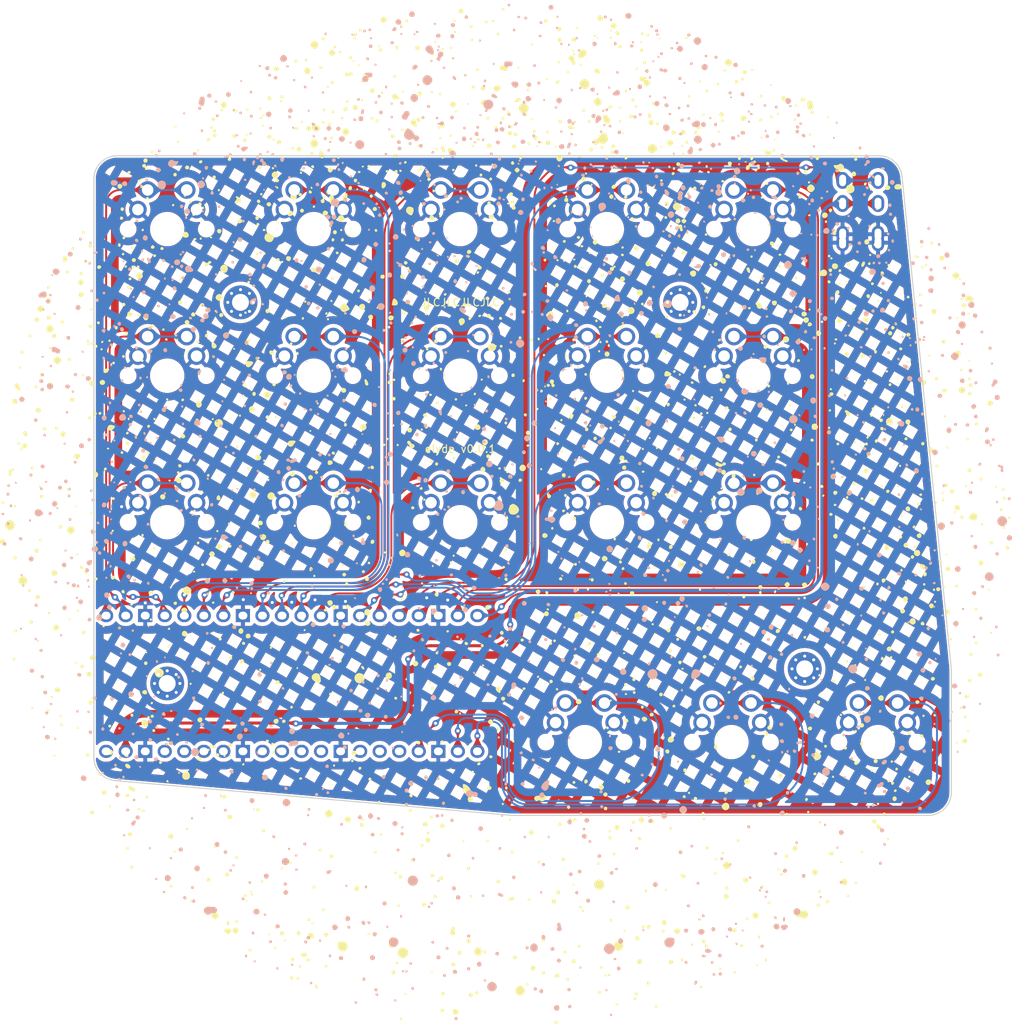
<source format=kicad_pcb>
(kicad_pcb (version 20221018) (generator pcbnew)
  (title_block (title "clyde") (rev "v1.0.0") (company "Unknown"))
  (layers (0 "F.Cu" signal) (31 "B.Cu" signal) (34 "B.Paste" user) (35 "F.Paste" user) (36 "B.SilkS" user "B.Silkscreen") (37 "F.SilkS" user "F.Silkscreen") (38 "B.Mask" user) (39 "F.Mask" user) (44 "Edge.Cuts" user))
  (net 0 "")
  (net 1 "matrix_pinky_bottom")
  (net 2 "GND")
  (net 3 "matrix_pinky_home")
  (net 4 "matrix_pinky_top")
  (net 5 "matrix_ring_bottom")
  (net 6 "matrix_ring_home")
  (net 7 "matrix_ring_top")
  (net 8 "matrix_middle_bottom")
  (net 9 "matrix_middle_home")
  (net 10 "matrix_middle_top")
  (net 11 "matrix_index_bottom")
  (net 12 "matrix_index_home")
  (net 13 "matrix_index_top")
  (net 14 "matrix_inner_bottom")
  (net 15 "matrix_inner_home")
  (net 16 "matrix_inner_top")
  (net 17 "thumbfan_near_home")
  (net 18 "thumbfan_home_home")
  (net 19 "thumbfan_far_home")
  (net 20 "GP12")
  (net 21 "GP19")
  (net 22 "GP20")
  (net 23 "GP21")
  (net 24 "GP22")
  (net 25 "GP26")
  (net 26 "GP27")
  (net 27 "GP28")
  (net 28 "GP29")
  (net 29 "ADC_VREF")
  (net 30 "GP24")
  (net 31 "3V3")
  (net 32 "VSYS")
  (net 33 "VBUS")
  (footprint "MX" (layer "F.Cu") (at 206.6925 180.975)
    (fp_text reference "S16" hide)
    (fp_text value "" hide)
  )
  (footprint "MX" (layer "F.Cu") (at 209.55 152.4)
    (fp_text reference "S10" hide)
    (fp_text value "" hide)
  )
  (footprint "MX" (layer "F.Cu") (at 171.45 133.35)
    (fp_text reference "S5" hide)
    (fp_text value "" hide)
  )
  (footprint "MX" (layer "F.Cu") (at 152.4 133.35)
    (fp_text reference "S2" hide)
    (fp_text value "" hide)
  )
  (footprint "MountingHole_2.2mm_M2_Pad_Via" (layer "F.Cu") (at 152.4 173.355)
    (fp_text reference "_5" hide)
    (fp_text value "")
  )
  (footprint "MX" (layer "F.Cu") (at 152.4 114.3)
    (fp_text reference "S3" hide)
    (fp_text value "" hide)
  )
  (footprint "MX" (layer "F.Cu") (at 190.5 152.4)
    (fp_text reference "S7" hide)
    (fp_text value "" hide)
  )
  (footprint "MX" (layer "F.Cu") (at 152.4 152.4)
    (fp_text reference "S1" hide)
    (fp_text value "" hide)
  )
  (footprint "MX" (layer "F.Cu") (at 171.45 152.4)
    (fp_text reference "S4" hide)
    (fp_text value "" hide)
  )
  (footprint "MX" (layer "F.Cu") (at 228.6 152.4)
    (fp_text reference "S13" hide)
    (fp_text value "" hide)
  )
  (footprint "MountingHole_2.2mm_M2_Pad_Via" (layer "F.Cu") (at 219.075 123.825)
    (fp_text reference "_7" hide)
    (fp_text value "")
  )
  (footprint "MX" (layer "F.Cu") (at 190.5 133.35)
    (fp_text reference "S8" hide)
    (fp_text value "" hide)
  )
  (footprint "MX" (layer "F.Cu") (at 209.55 114.3)
    (fp_text reference "S12" hide)
    (fp_text value "" hide)
  )
  (footprint "MX" (layer "F.Cu") (at 228.6 133.35)
    (fp_text reference "S14" hide)
    (fp_text value "" hide)
  )
  (footprint "MX" (layer "F.Cu") (at 171.45 114.3)
    (fp_text reference "S6" hide)
    (fp_text value "" hide)
  )
  (footprint "MX" (layer "F.Cu") (at 228.6 114.3)
    (fp_text reference "S15" hide)
    (fp_text value "" hide)
  )
  (footprint "MX" (layer "F.Cu") (at 190.5 114.3)
    (fp_text reference "S9" hide)
    (fp_text value "" hide)
  )
  (footprint "MX" (layer "F.Cu") (at 244.7925 180.975)
    (fp_text reference "S18" hide)
    (fp_text value "" hide)
  )
  (footprint "MountingHole_2.2mm_M2_Pad_Via" (layer "F.Cu") (at 161.925 123.825)
    (fp_text reference "_6" hide)
    (fp_text value "")
  )
  (footprint "MX" (layer "F.Cu") (at 225.7425 180.975)
    (fp_text reference "S17" hide)
    (fp_text value "" hide)
  )
  (footprint "MountingHole_2.2mm_M2_Pad_Via" (layer "F.Cu") (at 235.2675 171.45)
    (fp_text reference "_4" hide)
    (fp_text value "")
  )
  (footprint "RPi_Pico_TH_oval_face_down" (layer "F.Cu") (at 168.5925 173.355 90)
    (fp_text reference "U0" hide)
    (fp_text value "")
  )
  (footprint "TRRS-PJ-320A-dual" (layer "F.Cu") (at 244.7925 104.775)
    (fp_text reference "TRRS1")
    (fp_text value "TRRS-PJ-320A-dual")
  )
  (footprint "MX" (layer "F.Cu") (at 209.55 133.35)
    (fp_text reference "S11" hide)
    (fp_text value "" hide)
  )
  (footprint "main:north-sky-silk" (layer "F.Cu") (at 196.53 151.84)
    (fp_text reference "G***" hide)
    (fp_text value "LOGO" hide)
  )
  (footprint "main:north-sky-silk" (layer "B.Cu") (at 196.35576 151.327405 180)
    (fp_text reference "G***" hide)
    (fp_text value "LOGO" hide)
  )
  (gr_arc (start 142.875 107.775) (mid 143.75368 105.65368) (end 145.875 104.775) (stroke (width 0.15)) (layer "Edge.Cuts"))
  (gr_line (start 251.3175 190.5) (end 197.298827 190.5) (stroke (width 0.15)) (layer "Edge.Cuts"))
  (gr_line (start 145.875 104.775) (end 244.935037 104.775) (stroke (width 0.15)) (layer "Edge.Cuts"))
  (gr_arc (start 244.935037 104.775) (mid 246.948053 105.550642) (end 247.920149 107.476489) (stroke (width 0.15)) (layer "Edge.Cuts"))
  (gr_arc (start 197.298827 190.5) (mid 197.167626 190.49713) (end 197.036676 190.488524) (stroke (width 0.15)) (layer "Edge.Cuts"))
  (gr_arc (start 254.302612 171.301116) (mid 254.313776 171.450186) (end 254.3175 171.599627) (stroke (width 0.15)) (layer "Edge.Cuts"))
  (gr_line (start 142.875 182.989138) (end 142.875 107.775) (stroke (width 0.15)) (layer "Edge.Cuts"))
  (gr_line (start 254.3175 171.599627) (end 254.3175 187.5) (stroke (width 0.15)) (layer "Edge.Cuts"))
  (gr_arc (start 145.612849 185.977662) (mid 143.662936 185.015655) (end 142.875 182.989138) (stroke (width 0.15)) (layer "Edge.Cuts"))
  (gr_line (start 247.920149 107.476489) (end 254.302612 171.301116) (stroke (width 0.15)) (layer "Edge.Cuts"))
  (gr_arc (start 254.3175 187.5) (mid 253.43882 189.62132) (end 251.3175 190.5) (stroke (width 0.15)) (layer "Edge.Cuts"))
  (gr_line (start 197.036676 190.488524) (end 145.612849 185.977662) (stroke (width 0.15)) (layer "Edge.Cuts"))
  (gr_text "clyde v0.0.1" (at 190.5 142.875) (layer "F.SilkS") (effects (font (size 1 1))))
  (gr_text "JLCJLCJLCJLC" (at 190.5 123.825) (layer "F.SilkS") (effects (font (size 1 1))))
  (segment (start 147.95 162.11) (end 147.593198 162.1) (width 0.25) (layer "F.Cu") (net 1))
  (segment (start 150.93625 162.105) (end 150.93 162.12) (width 0.25) (layer "F.Cu") (net 1))
  (segment (start 147.218978 147.32) (end 149.86 147.32) (width 0.25) (layer "F.Cu") (net 1))
  (segment (start 145.3625 149.176478) (end 145.3625 158.891059) (width 0.25) (layer "F.Cu") (net 1))
  (segment (start 151.621112 162.768612) (end 150.95399 162.10149) (width 0.25) (layer "F.Cu") (net 1))
  (segment (start 146.983999 161.837603) (end 146.299448 161.153052) (width 0.25) (layer "F.Cu") (net 1))
  (via (at 150.93 162.12) (size 0.8) (drill 0.4) (layers "F.Cu" "B.Cu") (net 1))
  (via (at 147.95 162.11) (size 0.8) (drill 0.4) (layers "F.Cu" "B.Cu") (net 1))
  (arc (start 145.90625 147.86375) (mid 146.508534 147.461316) (end 147.218978 147.32) (width 0.25) (layer "F.Cu") (net 1))
  (arc (start 145.3625 149.176478) (mid 145.503816 148.466034) (end 145.90625 147.86375) (width 0.25) (layer "F.Cu") (net 1))
  (arc (start 150.95399 162.10149) (mid 150.944183 162.098509) (end 150.93625 162.105) (width 0.25) (layer "F.Cu") (net 1))
  (arc (start 146.983999 161.837603) (mid 147.263455 162.027175) (end 147.593198 162.1) (width 0.25) (layer "F.Cu") (net 1))
  (arc (start 151.621112 162.768612) (mid 151.962589 163.279668) (end 152.0825 163.8825) (width 0.25) (layer "F.Cu") (net 1))
  (arc (start 145.3625 158.891059) (mid 145.606004 160.11524) (end 146.299448 161.153052) (width 0.25) (layer "F.Cu") (net 1))
  (segment (start 150.912928 162.11) (end 147.95 162.11) (width 0.25) (layer "B.Cu") (net 1))
  (segment (start 150.93 162.12) (end 150.925 162.115) (width 0.25) (layer "B.Cu") (net 1))
  (segment (start 149.86 147.32) (end 154.94 147.32) (width 0.25) (layer "B.Cu") (net 1))
  (arc (start 150.912928 162.11) (mid 150.919461 162.111299) (end 150.925 162.115) (width 0.25) (layer "B.Cu") (net 1))
  (via (at 171.61 162.49) (size 0.8) (drill 0.4) (layers "F.Cu" "B.Cu") (net 2))
  (via (at 162.29 162.46) (size 0.8) (drill 0.4) (layers "F.Cu" "B.Cu") (net 2))
  (via (at 194.37 163.38) (size 0.8) (drill 0.4) (layers "F.Cu" "B.Cu") (net 2))
  (via (at 166.05 162.83) (size 0.8) (drill 0.4) (layers "F.Cu" "B.Cu") (net 2))
  (via (at 186.13 162.22) (size 0.8) (drill 0.4) (layers "F.Cu" "B.Cu") (net 2))
  (via (at 168.59 162.8) (size 0.8) (drill 0.4) (layers "F.Cu" "B.Cu") (net 2))
  (via (at 149.55 162.89) (size 0.8) (drill 0.4) (layers "F.Cu" "B.Cu") (net 2))
  (via (at 146.47 150.38) (size 0.8) (drill 0.4) (layers "F.Cu" "B.Cu") (net 2))
  (via (at 175.57 162.69) (size 0.8) (drill 0.4) (layers "F.Cu" "B.Cu") (net 2))
  (via (at 188.86 162.51) (size 0.8) (drill 0.4) (layers "F.Cu" "B.Cu") (net 2))
  (segment (start 146.790317 128.27) (end 149.86 128.27) (width 0.25) (layer "F.Cu") (net 3))
  (segment (start 144.9125 130.147817) (end 144.9125 160.949293) (width 0.25) (layer "F.Cu") (net 3))
  (segment (start 145.26125 161.79125) (end 145.61 162.14) (width 0.25) (layer "F.Cu") (net 3))
  (via (at 145.61 162.14) (size 0.8) (drill 0.4) (layers "F.Cu" "B.Cu") (net 3))
  (arc (start 145.26125 161.79125) (mid 145.003137 161.404956) (end 144.9125 160.949293) (width 0.25) (layer "F.Cu") (net 3))
  (arc (start 146.790317 128.27) (mid 146.071707 128.41294) (end 145.4625 128.82) (width 0.25) (layer "F.Cu") (net 3))
  (arc (start 144.9125 130.147817) (mid 145.05544 129.429207) (end 145.4625 128.82) (width 0.25) (layer "F.Cu") (net 3))
  (segment (start 146.648062 163.178062) (end 145.61 162.14) (width 0.25) (layer "B.Cu") (net 3))
  (segment (start 149.86 128.27) (end 154.94 128.27) (width 0.25) (layer "B.Cu") (net 3))
  (arc (start 146.648062 163.178062) (mid 146.910384 163.570655) (end 147.0025 164.03375) (width 0.25) (layer "B.Cu") (net 3))
  (segment (start 146.267765 109.22) (end 149.86 109.22) (width 0.25) (layer "F.Cu") (net 4))
  (segment (start 144.4625 111.025265) (end 144.4625 164.535) (width 0.25) (layer "F.Cu") (net 4))
  (arc (start 144.99125 109.74875) (mid 144.599917 110.33442) (end 144.4625 111.025265) (width 0.25) (layer "F.Cu") (net 4))
  (arc (start 146.267765 109.22) (mid 145.57692 109.357417) (end 144.99125 109.74875) (width 0.25) (layer "F.Cu") (net 4))
  (segment (start 149.86 109.22) (end 154.94 109.22) (width 0.25) (layer "B.Cu") (net 4))
  (segment (start 154.64 161.83) (end 154.63125 161.83875) (width 0.25) (layer "F.Cu") (net 5))
  (segment (start 154.6225 161.859874) (end 154.6225 164.535) (width 0.25) (layer "F.Cu") (net 5))
  (segment (start 168.91 147.32) (end 173.99 147.32) (width 0.25) (layer "F.Cu") (net 5))
  (via (at 154.64 161.83) (size 0.8) (drill 0.4) (layers "F.Cu" "B.Cu") (net 5))
  (arc (start 154.6225 161.859874) (mid 154.624774 161.848441) (end 154.63125 161.83875) (width 0.25) (layer "F.Cu") (net 5))
  (segment (start 155.4 161.07) (end 154.64 161.83) (width 0.25) (layer "B.Cu") (net 5))
  (segment (start 180.27 156.264156) (end 180.27 150.392792) (width 0.25) (layer "B.Cu") (net 5))
  (segment (start 177.197207 147.32) (end 173.99 147.32) (width 0.25) (layer "B.Cu") (net 5))
  (segment (start 176.224156 160.31) (end 157.234802 160.31) (width 0.25) (layer "B.Cu") (net 5))
  (arc (start 179.37 148.22) (mid 180.036097 149.216885) (end 180.27 150.392792) (width 0.25) (layer "B.Cu") (net 5))
  (arc (start 179.085 159.125) (mid 177.772433 160.002028) (end 176.224156 160.31) (width 0.25) (layer "B.Cu") (net 5))
  (arc (start 155.4 161.07) (mid 156.241814 160.507517) (end 157.234802 160.31) (width 0.25) (layer "B.Cu") (net 5))
  (arc (start 177.197207 147.32) (mid 178.373114 147.553902) (end 179.37 148.22) (width 0.25) (layer "B.Cu") (net 5))
  (arc (start 179.085 159.125) (mid 179.962028 157.812433) (end 180.27 156.264156) (width 0.25) (layer "B.Cu") (net 5))
  (segment (start 168.91 128.27) (end 173.99 128.27) (width 0.25) (layer "F.Cu") (net 6))
  (segment (start 157.26 161.86) (end 157.21125 161.90875) (width 0.25) (layer "F.Cu") (net 6))
  (segment (start 157.1625 162.026442) (end 157.1625 164.535) (width 0.25) (layer "F.Cu") (net 6))
  (via (at 157.26 161.86) (size 0.8) (drill 0.4) (layers "F.Cu" "B.Cu") (net 6))
  (arc (start 157.1625 162.026442) (mid 157.175169 161.962747) (end 157.21125 161.90875) (width 0.25) (layer "F.Cu") (net 6))
  (segment (start 159.137817 160.76) (end 176.224156 160.76) (width 0.25) (layer "B.Cu") (net 6))
  (segment (start 180.72 156.264156) (end 180.72 132.11099) (width 0.25) (layer "B.Cu") (net 6))
  (segment (start 157.81 161.31) (end 157.26 161.86) (width 0.25) (layer "B.Cu") (net 6))
  (segment (start 176.879009 128.27) (end 173.99 128.27) (width 0.25) (layer "B.Cu") (net 6))
  (arc (start 157.81 161.31) (mid 158.419207 160.90294) (end 159.137817 160.76) (width 0.25) (layer "B.Cu") (net 6))
  (arc (start 179.403198 159.443198) (mid 177.944641 160.417774) (end 176.224156 160.76) (width 0.25) (layer "B.Cu") (net 6))
  (arc (start 176.879009 128.27) (mid 178.348892 128.562377) (end 179.595 129.395) (width 0.25) (layer "B.Cu") (net 6))
  (arc (start 180.72 156.264156) (mid 180.377774 157.984641) (end 179.403198 159.443198) (width 0.25) (layer "B.Cu") (net 6))
  (arc (start 179.595 129.395) (mid 180.427622 130.641106) (end 180.72 132.11099) (width 0.25) (layer "B.Cu") (net 6))
  (segment (start 160.15 161.88) (end 159.92625 162.10375) (width 0.25) (layer "F.Cu") (net 7))
  (segment (start 159.7025 162.64393) (end 159.7025 164.535) (width 0.25) (layer "F.Cu") (net 7))
  (segment (start 168.91 109.22) (end 173.99 109.22) (width 0.25) (layer "F.Cu") (net 7))
  (via (at 160.15 161.88) (size 0.8) (drill 0.4) (layers "F.Cu" "B.Cu") (net 7))
  (arc (start 159.7025 162.64393) (mid 159.76065 162.351586) (end 159.92625 162.10375) (width 0.25) (layer "F.Cu") (net 7))
  (segment (start 160.485 161.545) (end 160.15 161.88) (width 0.25) (layer "B.Cu") (net 7))
  (segment (start 176.816877 109.22) (end 173.99 109.22) (width 0.25) (layer "B.Cu") (net 7))
  (segment (start 161.293761 161.21) (end 176.224156 161.21) (width 0.25) (layer "B.Cu") (net 7))
  (segment (start 181.17 156.264156) (end 181.17 113.573122) (width 0.25) (layer "B.Cu") (net 7))
  (arc (start 181.17 156.264156) (mid 180.79352 158.156848) (end 179.721396 159.761396) (width 0.25) (layer "B.Cu") (net 7))
  (arc (start 176.224156 161.21) (mid 178.116848 160.83352) (end 179.721396 159.761396) (width 0.25) (layer "B.Cu") (net 7))
  (arc (start 179.895 110.495) (mid 178.482745 109.551361) (end 176.816877 109.22) (width 0.25) (layer "B.Cu") (net 7))
  (arc (start 161.293761 161.21) (mid 160.856062 161.297063) (end 160.485 161.545) (width 0.25) (layer "B.Cu") (net 7))
  (arc (start 179.895 110.495) (mid 180.838638 111.907254) (end 181.17 113.573122) (width 0.25) (layer "B.Cu") (net 7))
  (segment (start 171.44871 161.2) (end 171.443862 161.2) (width 0.25) (layer "F.Cu") (net 8))
  (segment (start 171.550516 161.2) (end 171.535972 161.2) (width 0.25) (layer "F.Cu") (net 8))
  (segment (start 172.255664 161.2) (end 171.734736 161.2) (width 0.25) (layer "F.Cu") (net 8))
  (segment (start 171.457192 161.2) (end 171.449921 161.2) (width 0.25) (layer "F.Cu") (net 8))
  (segment (start 171.531123 161.2) (end 171.526276 161.2) (width 0.25) (layer "F.Cu") (net 8))
  (segment (start 171.603844 161.2) (end 171.579604 161.2) (width 0.25) (layer "F.Cu") (net 8))
  (segment (start 172.72408 161.2) (end 172.606976 161.2) (width 0.25) (layer "F.Cu") (net 8))
  (segment (start 171.457192 161.2) (end 171.463254 161.2) (width 0.25) (layer "F.Cu") (net 8))
  (segment (start 171.439014 161.2) (end 171.434165 161.2) (width 0.25) (layer "F.Cu") (net 8))
  (segment (start 171.428106 161.2) (end 171.429318 161.2) (width 0.25) (layer "F.Cu") (net 8))
  (segment (start 171.531123 161.2) (end 171.535972 161.2) (width 0.25) (layer "F.Cu") (net 8))
  (segment (start 171.579604 161.2) (end 171.555364 161.2) (width 0.25) (layer "F.Cu") (net 8))
  (segment (start 171.425683 161.2) (end 171.424472 161.2) (width 0.25) (layer "F.Cu") (net 8))
  (segment (start 171.482646 161.2) (end 171.463254 161.2) (width 0.25) (layer "F.Cu") (net 8))
  (segment (start 185.961406 147.32) (end 187.96 147.32) (width 0.25) (layer "F.Cu") (net 8))
  (segment (start 171.521429 161.2) (end 171.516582 161.2) (width 0.25) (layer "F.Cu") (net 8))
  (segment (start 171.51537 161.2) (end 171.508098 161.2) (width 0.25) (layer "F.Cu") (net 8))
  (segment (start 171.555364 161.2) (end 171.550516 161.2) (width 0.25) (layer "F.Cu") (net 8))
  (segment (start 171.502038 161.2) (end 171.482646 161.2) (width 0.25) (layer "F.Cu") (net 8))
  (segment (start 173.192496 161.2) (end 173.075392 161.2) (width 0.25) (layer "F.Cu") (net 8))
  (segment (start 172.489872 161.2) (end 172.372768 161.2) (width 0.25) (layer "F.Cu") (net 8))
  (segment (start 171.443862 161.2) (end 171.439014 161.2) (width 0.25) (layer "F.Cu") (net 8))
  (segment (start 171.603844 161.2) (end 171.605055 161.2) (width 0.25) (layer "F.Cu") (net 8))
  (segment (start 172.841184 161.2) (end 172.72408 161.2) (width 0.25) (layer "F.Cu") (net 8))
  (segment (start 172.372768 161.2) (end 172.255664 161.2) (width 0.25) (layer "F.Cu") (net 8))
  (segment (start 171.526276 161.2) (end 171.521429 161.2) (width 0.25) (layer "F.Cu") (net 8))
  (segment (start 171.734736 161.2) (end 171.65717 161.2) (width 0.25) (layer "F.Cu") (net 8))
  (segment (start 172.958288 161.2) (end 172.841184 161.2) (width 0.25) (layer "F.Cu") (net 8))
  (segment (start 172.606976 161.2) (end 172.489872 161.2) (width 0.25) (layer "F.Cu") (net 8))
  (segment (start 171.508098 161.2) (end 171.502038 161.2) (width 0.25) (layer "F.Cu") (net 8))
  (segment (start 173.075392 161.2) (end 172.958288 161.2) (width 0.25) (layer "F.Cu") (net 8))
  (segment (start 171.631718 161.2) (end 171.65717 161.2) (width 0.25) (layer "F.Cu") (net 8))
  (segment (start 171.631718 161.2) (end 171.605055 161.2) (width 0.25) (layer "F.Cu") (net 8))
  (segment (start 171.434165 161.2) (end 171.429318 161.2) (width 0.25) (layer "F.Cu") (net 8))
  (segment (start 171.51537 161.2) (end 171.516582 161.2) (width 0.25) (layer "F.Cu") (net 8))
  (segment (start 171.449921 161.2) (end 171.44871 161.2) (width 0.25) (layer "F.Cu") (net 8))
  (segment (start 170.11 161.97) (end 170.495 161.585) (width 0.25) (layer "F.Cu") (net 8))
  (segment (start 171.428106 161.2) (end 171.425683 161.2) (width 0.25) (layer "F.Cu") (net 8))
  (segment (start 181.54 151.741406) (end 181.54 156.527293) (width 0.25) (layer "F.Cu") (net 8))
  (segment (start 176.867293 161.2) (end 173.192496 161.2) (width 0.25) (layer "F.Cu") (net 8))
  (via (at 170.11 161.97) (size 0.8) (drill 0.4) (layers "F.Cu" "B.Cu") (net 8))
  (arc (start 180.171396 159.831396) (mid 181.184311 158.31546) (end 181.54 156.527293) (width 0.25) (layer "F.Cu") (net 8))
  (arc (start 176.867293 161.2) (mid 178.65546 160.844311) (end 180.171396 159.831396) (width 0.25) (layer "F.Cu") (net 8))
  (arc (start 171.424472 161.2) (mid 170.921445 161.300058) (end 170.495 161.585) (width 0.25) (layer "F.Cu") (net 8))
  (arc (start 182.835 148.615) (mid 184.269407 147.656559) (end 185.961406 147.32) (width 0.25) (layer "F.Cu") (net 8))
  (arc (start 182.835 148.615) (mid 181.876559 150.049407) (end 181.54 151.741406) (width 0.25) (layer "F.Cu") (net 8))
  (segment (start 169.8625 162.392508) (end 169.8625 164.535) (width 0.25) (layer "B.Cu") (net 8))
  (segment (start 187.96 147.32) (end 193.04 147.32) (width 0.25) (layer "B.Cu") (net 8))
  (segment (start 170.11 161.97) (end 169.98625 162.09375) (width 0.25) (layer "B.Cu") (net 8))
  (arc (start 169.8625 162.392508) (mid 169.894661 162.230821) (end 169.98625 162.09375) (width 0.25) (layer "B.Cu") (net 8))
  (segment (start 169.294386 160.75) (end 176.867293 160.75) (width 0.25) (layer "F.Cu") (net 9))
  (segment (start 167.28 161.93225) (end 167.28 161.9345) (width 0.25) (layer "F.Cu") (net 9))
  (segment (start 186.025 128.27) (end 187.96 128.27) (width 0.25) (layer "F.Cu") (net 9))
  (segment (start 167.87 161.34) (end 167.28159 161.928409) (width 0.25) (layer "F.Cu") (net 9))
  (segment (start 182.589999 129.769999) (end 182.721748 129.638251) (width 0.25) (layer "F.Cu") (net 9))
  (segment (start 181.09 156.527293) (end 181.09 133.39132) (width 0.25) (layer "F.Cu") (net 9))
  (via (at 167.28 161.9345) (size 0.8) (drill 0.4) (layers "F.Cu" "B.Cu") (net 9))
  (arc (start 181.09 133.39132) (mid 181.479837 131.431475) (end 182.589999 129.769999) (width 0.25) (layer "F.Cu") (net 9))
  (arc (start 169.294386 160.75) (mid 168.523513 160.903336) (end 167.87 161.34) (width 0.25) (layer "F.Cu") (net 9))
  (arc (start 176.867293 160.75) (mid 178.483253 160.428565) (end 179.853198 159.513198) (width 0.25) (layer "F.Cu") (net 9))
  (arc (start 167.28 161.93225) (mid 167.280413 161.930171) (end 167.28159 161.928409) (width 0.25) (layer "F.Cu") (net 9))
  (arc (start 181.09 156.527293) (mid 180.768565 158.143253) (end 179.853198 159.513198) (width 0.25) (layer "F.Cu") (net 9))
  (arc (start 182.721748 129.638251) (mid 184.237293 128.625596) (end 186.025 128.27) (width 0.25) (layer "F.Cu") (net 9))
  (segment (start 167.30125 161.95575) (end 167.28 161.9345) (width 0.25) (layer "B.Cu") (net 9))
  (segment (start 187.96 128.27) (end 193.04 128.27) (width 0.25) (layer "B.Cu") (net 9))
  (segment (start 167.3225 162.007052) (end 167.3225 164.535) (width 0.25) (layer "B.Cu") (net 9))
  (arc (start 167.30125 161.95575) (mid 167.316977 161.979287) (end 167.3225 162.007052) (width 0.25) (layer "B.Cu") (net 9))
  (segment (start 165.695 161.115) (end 164.88159 161.928409) (width 0.25) (layer "F.Cu") (net 10))
  (segment (start 182.233792 111.366206) (end 183.114278 110.485721) (width 0.25) (layer "F.Cu") (net 10))
  (segment (start 180.64 156.527294) (end 180.64 115.213963) (width 0.25) (layer "F.Cu") (net 10))
  (segment (start 186.17 109.22) (end 187.96 109.22) (width 0.25) (layer "F.Cu") (net 10))
  (segment (start 164.88 161.9345) (end 164.88 161.93225) (width 0.25) (layer "F.Cu") (net 10))
  (segment (start 167.662584 160.3) (end 176.867294 160.3) (width 0.25) (layer "F.Cu") (net 10))
  (via (at 164.88 161.9345) (size 0.8) (drill 0.4) (layers "F.Cu" "B.Cu") (net 10))
  (arc (start 179.535 159.195) (mid 178.311046 160.012819) (end 176.867294 160.3) (width 0.25) (layer "F.Cu") (net 10))
  (arc (start 182.233792 111.366206) (mid 181.054213 113.131572) (end 180.64 115.213963) (width 0.25) (layer "F.Cu") (net 10))
  (arc (start 164.88 161.93225) (mid 164.880413 161.930171) (end 164.88159 161.928409) (width 0.25) (layer "F.Cu") (net 10))
  (arc (start 167.662584 160.3) (mid 166.597735 160.511811) (end 165.695 161.115) (width 0.25) (layer "F.Cu") (net 10))
  (arc (start 186.17 109.22) (mid 184.516255 109.54895) (end 183.114278 110.485721) (width 0.25) (layer "F.Cu") (net 10))
  (arc (start 179.535 159.195) (mid 180.352819 157.971046) (end 180.64 156.527294) (width 0.25) (layer "F.Cu") (net 10))
  (segment (start 164.7825 162.100942) (end 164.7825 164.535) (width 0.25) (layer "B.Cu") (net 10))
  (segment (start 187.96 109.22) (end 193.04 109.22) (width 0.25) (layer "B.Cu") (net 10))
  (segment (start 164.83125 161.98325) (end 164.88 161.9345) (width 0.25) (layer "B.Cu") (net 10))
  (arc (start 164.83125 161.98325) (mid 164.795169 162.037247) (end 164.7825 162.100942) (width 0.25) (layer "B.Cu") (net 10))
  (segment (start 180.0225 163.063757) (end 180.0225 164.535) (width 0.25) (layer "F.Cu") (net 11))
  (segment (start 181.286257 161.8) (end 182.7 161.8) (width 0.25) (layer "F.Cu") (net 11))
  (segment (start 207.01 147.32) (end 212.09 147.32) (width 0.25) (layer "F.Cu") (net 11))
  (via (at 182.7 161.8) (size 0.8) (drill 0.4) (layers "F.Cu" "B.Cu") (net 11))
  (arc (start 181.286257 161.8) (mid 180.802638 161.896197) (end 180.392646 162.170146) (width 0.25) (layer "F.Cu") (net 11))
  (arc (start 180.0225 163.063757) (mid 180.118697 162.580138) (end 180.392646 162.170146) (width 0.25) (layer "F.Cu") (net 11))
  (segment (start 183.146802 161.353198) (end 182.7 161.8) (width 0.25) (layer "B.Cu") (net 11))
  (segment (start 200.26 156.668828) (end 200.26 151.912117) (width 0.25) (layer "B.Cu") (net 11))
  (segment (start 198.216584 160.966207) (end 198.666206 160.516584) (width 0.25) (layer "B.Cu") (net 11))
  (segment (start 188.387121 160.906396) (end 184.225477 160.906396) (width 0.25) (layer "B.Cu") (net 11))
  (segment (start 204.852117 147.32) (end 207.01 147.32) (width 0.25) (layer "B.Cu") (net 11))
  (segment (start 192.379274 162.56) (end 194.368828 162.56) (width 0.25) (layer "B.Cu") (net 11))
  (arc (start 192.379274 162.56) (mid 191.299005 162.345121) (end 190.383198 161.733198) (width 0.25) (layer "B.Cu") (net 11))
  (arc (start 200.26 151.912117) (mid 200.609554 150.154789) (end 201.605 148.665) (width 0.25) (layer "B.Cu") (net 11))
  (arc (start 194.368828 162.56) (mid 196.451218 162.145786) (end 198.216584 160.966207) (width 0.25) (layer "B.Cu") (net 11))
  (arc (start 188.387121 160.906396) (mid 189.46739 161.121274) (end 190.383198 161.733198) (width 0.25) (layer "B.Cu") (net 11))
  (arc (start 184.225477 160.906396) (mid 183.641702 161.022516) (end 183.146802 161.353198) (width 0.25) (layer "B.Cu") (net 11))
  (arc (start 200.26 156.668828) (mid 199.845786 158.751218) (end 198.666206 160.516584) (width 0.25) (layer "B.Cu") (net 11))
  (arc (start 204.852117 147.32) (mid 203.094789 147.669554) (end 201.605 148.665) (width 0.25) (layer "B.Cu") (net 11))
  (segment (start 179.298 162.539952) (end 179.298024 162.539976) (width 0.25) (layer "F.Cu") (net 12))
  (segment (start 181.194705 160.73169) (end 179.404809 162.521586) (width 0.25) (layer "F.Cu") (net 12))
  (segment (start 207.01 128.27) (end 212.09 128.27) (width 0.25) (layer "F.Cu") (net 12))
  (segment (start 182.12 160.49) (end 181.778198 160.49) (width 0.25) (layer "F.Cu") (net 12))
  (segment (start 179.393198 162.54) (end 179.298081 162.54) (width 0.25) (layer "F.Cu") (net 12))
  (via (at 182.12 160.49) (size 0.8) (drill 0.4) (layers "F.Cu" "B.Cu") (net 12))
  (via (at 179.298 162.539952) (size 0.8) (drill 0.4) (layers "F.Cu" "B.Cu") (net 12))
  (arc (start 179.298081 162.54) (mid 179.29805 162.539993) (end 179.298024 162.539976) (width 0.25) (layer "F.Cu") (net 12))
  (arc (start 181.194705 160.73169) (mid 181.462414 160.552813) (end 181.778198 160.49) (width 0.25) (layer "F.Cu") (net 12))
  (arc (start 179.4 162.533198) (mid 179.398007 162.538007) (end 179.393198 162.54) (width 0.25) (layer "F.Cu") (net 12))
  (arc (start 179.4 162.533198) (mid 179.401249 162.526913) (end 179.404809 162.521586) (width 0.25) (layer "F.Cu") (net 12))
  (segment (start 199.8 133.562031) (end 199.8 156.492432) (width 0.25) (layer "B.Cu") (net 12))
  (segment (start 194.182432 162.11) (end 192.56567 162.11) (width 0.25) (layer "B.Cu") (net 12))
  (segment (start 179.298 162.629726) (end 179.298 162.539952) (width 0.25) (layer "B.Cu") (net 12))
  (segment (start 201.446895 129.723104) (end 201.349999 129.819999) (width 0.25) (layer "B.Cu") (net 12))
  (segment (start 198.206206 160.340188) (end 198.030188 160.516207) (width 0.25) (layer "B.Cu") (net 12))
  (segment (start 204.955 128.27) (end 207.01 128.27) (width 0.25) (layer "B.Cu") (net 12))
  (segment (start 179.23452 162.782979) (end 177.4825 164.535) (width 0.25) (layer "B.Cu") (net 12))
  (segment (start 188.573517 160.456396) (end 182.177365 160.456396) (width 0.25) (layer "B.Cu") (net 12))
  (segment (start 182.136802 160.473198) (end 182.12 160.49) (width 0.25) (layer "B.Cu") (net 12))
  (arc (start 198.206206 160.340188) (mid 199.385786 158.574822) (end 199.8 156.492432) (width 0.25) (layer "B.Cu") (net 12))
  (arc (start 179.23452 162.782979) (mid 179.281502 162.712666) (end 179.298 162.629726) (width 0.25) (layer "B.Cu") (net 12))
  (arc (start 190.569594 161.283198) (mid 191.485401 161.895121) (end 192.56567 162.11) (width 0.25) (layer "B.Cu") (net 12))
  (arc (start 194.182432 162.11) (mid 196.264822 161.695786) (end 198.030188 160.516207) (width 0.25) (layer "B.Cu") (net 12))
  (arc (start 182.136802 160.473198) (mid 182.155412 160.460762) (end 182.177365 160.456396) (width 0.25) (layer "B.Cu") (net 12))
  (arc (start 199.8 133.562031) (mid 200.202831 131.536858) (end 201.349999 129.819999) (width 0.25) (layer "B.Cu") (net 12))
  (arc (start 201.446895 129.723104) (mid 203.056427 128.647649) (end 204.955 128.27) (width 0.25) (layer "B.Cu") (net 12))
  (arc (start 190.569594 161.283198) (mid 189.653786 160.671274) (end 188.573517 160.456396) (width 0.25) (layer "B.Cu") (net 12))
  (segment (start 177.895913 161.652697) (end 174.783577 161.652697) (width 0.25) (layer "F.Cu") (net 13))
  (segment (start 172.4025 163.79125) (end 172.4025 164.535) (width 0.25) (layer "F.Cu") (net 13))
  (segment (start 207.01 109.22) (end 212.09 109.22) (width 0.25) (layer "F.Cu") (net 13))
  (segment (start 181.597953 159.692045) (end 180.868651 160.421348) (width 0.25) (layer "F.Cu") (net 13))
  (segment (start 183.52 159.19) (end 182.81 159.19) (width 0.25) (layer "F.Cu") (net 13))
  (segment (start 173.099901 162.350098) (end 172.92841 162.521588) (width 0.25) (layer "F.Cu") (net 13))
  (via (at 183.52 159.19) (size 0.8) (drill 0.4) (layers "F.Cu" "B.Cu") (net 13))
  (arc (start 173.099901 162.350098) (mid 173.872378 161.833945) (end 174.783577 161.652697) (width 0.25) (layer "F.Cu") (net 13))
  (arc (start 180.868651 160.421348) (mid 179.504747 161.332679) (end 177.895913 161.652697) (width 0.25) (layer "F.Cu") (net 13))
  (arc (start 172.92841 162.521588) (mid 172.539179 163.104114) (end 172.4025 163.79125) (width 0.25) (layer "F.Cu") (net 13))
  (arc (start 182.81 159.19) (mid 182.154045 159.320477) (end 181.597953 159.692045) (width 0.25) (layer "F.Cu") (net 13))
  (segment (start 192.736328 161.650781) (end 194.37 161.650781) (width 0.25) (layer "B.Cu") (net 13))
  (segment (start 205.125 109.22) (end 207.01 109.22) (width 0.25) (layer "B.Cu") (net 13))
  (segment (start 188.766432 160.006396) (end 184.913675 160.006396) (width 0.25) (layer "B.Cu") (net 13))
  (segment (start 199.35 156.367968) (end 199.35 115.363963) (width 0.25) (layer "B.Cu") (net 13))
  (segment (start 183.928198 159.598198) (end 183.52 159.19) (width 0.25) (layer "B.Cu") (net 13))
  (segment (start 201.907103 110.552896) (end 200.943792 111.516206) (width 0.25) (layer "B.Cu") (net 13))
  (arc (start 197.8 160.11) (mid 196.083141 161.257168) (end 194.057968 161.66) (width 0.25) (layer "B.Cu") (net 13))
  (arc (start 205.125 109.22) (mid 203.383486 109.566408) (end 201.907103 110.552896) (width 0.25) (layer "B.Cu") (net 13))
  (arc (start 188.766432 160.006396) (mid 189.840678 160.220076) (end 190.75138 160.828588) (width 0.25) (layer "B.Cu") (net 13))
  (arc (start 199.35 156.367968) (mid 198.947168 158.393141) (end 197.8 160.11) (width 0.25) (layer "B.Cu") (net 13))
  (arc (start 183.928198 159.598198) (mid 184.380338 159.900308) (end 184.913675 160.006396) (width 0.25) (layer "B.Cu") (net 13))
  (arc (start 200.943792 111.516206) (mid 199.764213 113.281572) (end 199.35 115.363963) (width 0.25) (layer "B.Cu") (net 13))
  (arc (start 192.736328 161.650781) (mid 191.662082 161.4371) (end 190.75138 160.828588) (width 0.25) (layer "B.Cu") (net 13))
  (segment (start 233.812476 147.32) (end 231.14 147.32) (width 0.25) (layer "F.Cu") (net 14))
  (segment (start 236.1 149.607523) (end 236.1 159.378456) (width 0.25) (layer "F.Cu") (net 14))
  (segment (start 187.333707 162.303792) (end 185.1025 164.535) (width 0.25) (layer "F.Cu") (net 14))
  (segment (start 234.768456 160.71) (end 191.181463 160.71) (width 0.25) (layer "F.Cu") (net 14))
  (arc (start 233.812476 147.32) (mid 234.687873 147.494127) (end 235.43 147.99) (width 0.25) (layer "F.Cu") (net 14))
  (arc (start 191.181463 160.71) (mid 189.099072 161.124213) (end 187.333707 162.303792) (width 0.25) (layer "F.Cu") (net 14))
  (arc (start 234.768456 160.71) (mid 235.278016 160.608642) (end 235.71 160.32) (width 0.25) (layer "F.Cu") (net 14))
  (arc (start 236.1 149.607523) (mid 235.925872 148.732125) (end 235.43 147.99) (width 0.25) (layer "F.Cu") (net 14))
  (arc (start 236.1 159.378456) (mid 235.998642 159.888016) (end 235.71 160.32) (width 0.25) (layer "F.Cu") (net 14))
  (segment (start 226.06 147.32) (end 231.14 147.32) (width 0.25) (layer "B.Cu") (net 14))
  (segment (start 233.972268 128.27) (end 231.14 128.27) (width 0.25) (layer "F.Cu") (net 15))
  (segment (start 190.1825 163.63125) (end 190.1825 164.535) (width 0.25) (layer "F.Cu") (net 15))
  (segment (start 234.768456 161.16) (end 192.858389 161.16) (width 0.25) (layer "F.Cu") (net 15))
  (segment (start 236.55 159.378456) (end 236.55 130.847731) (width 0.25) (layer "F.Cu") (net 15))
  (segment (start 190.96625 161.94375) (end 190.821547 162.088452) (width 0.25) (layer "F.Cu") (net 15))
  (arc (start 233.972268 128.27) (mid 234.958723 128.466218) (end 235.795 129.025) (width 0.25) (layer "F.Cu") (net 15))
  (arc (start 190.96625 161.94375) (mid 191.83437 161.363689) (end 192.858389 161.16) (width 0.25) (layer "F.Cu") (net 15))
  (arc (start 234.768456 161.16) (mid 235.450223 161.024388) (end 236.028198 160.638198) (width 0.25) (layer "F.Cu") (net 15))
  (arc (start 236.55 130.847731) (mid 236.353781 129.861276) (end 235.795 129.025) (width 0.25) (layer "F.Cu") (net 15))
  (arc (start 190.1825 163.63125) (mid 190.348582 162.796293) (end 190.821547 162.088452) (width 0.25) (layer "F.Cu") (net 15))
  (arc (start 236.55 159.378456) (mid 236.414388 160.060223) (end 236.028198 160.638198) (width 0.25) (layer "F.Cu") (net 15))
  (segment (start 226.06 128.27) (end 231.14 128.27) (width 0.25) (layer "B.Cu") (net 15))
  (segment (start 237 113.163416) (end 237 159.378456) (width 0.25) (layer "F.Cu") (net 16))
  (segment (start 233.056583 109.22) (end 231.14 109.22) (width 0.25) (layer "F.Cu") (net 16))
  (segment (start 198.854507 161.61) (end 234.768456 161.61) (width 0.25) (layer "F.Cu") (net 16))
  (segment (start 196.73 162.49) (end 195.85 163.37) (width 0.25) (layer "F.Cu") (net 16))
  (via (at 195.85 163.37) (size 0.8) (drill 0.4) (layers "F.Cu" "B.Cu") (net 16))
  (arc (start 233.056583 109.22) (mid 234.565663 109.520174) (end 235.845 110.375) (width 0.25) (layer "F.Cu") (net 16))
  (arc (start 198.854507 161.61) (mid 197.704732 161.838704) (end 196.73 162.49) (width 0.25) (layer "F.Cu") (net 16))
  (arc (start 237 159.378456) (mid 236.830133 160.232431) (end 236.346396 160.956396) (width 0.25) (layer "F.Cu") (net 16))
  (arc (start 234.768456 161.61) (mid 235.622431 161.440133) (end 236.346396 160.956396) (width 0.25) (layer "F.Cu") (net 16))
  (arc (start 235.845 110.375) (mid 236.699825 111.654336) (end 237 113.163416) (width 0.25) (layer "F.Cu") (net 16))
  (segment (start 193.86122 164.535) (end 192.7225 164.535) (width 0.25) (layer "B.Cu") (net 16))
  (segment (start 195.2675 163.9525) (end 195.85 163.37) (width 0.25) (layer "B.Cu") (net 16))
  (segment (start 226.06 109.22) (end 231.14 109.22) (width 0.25) (layer "B.Cu") (net 16))
  (arc (start 193.86122 164.535) (mid 194.622293 164.383613) (end 195.2675 163.9525) (width 0.25) (layer "B.Cu") (net 16))
  (segment (start 185.1025 181.44125) (end 185.1025 182.175) (width 0.25) (layer "F.Cu") (net 17))
  (segment (start 204.1525 175.895) (end 209.2325 175.895) (width 0.25) (layer "F.Cu") (net 17))
  (segment (start 187.28 178.53) (end 185.621339 180.18866) (width 0.25) (layer "F.Cu") (net 17))
  (via (at 187.28 178.53) (size 0.8) (drill 0.4) (layers "F.Cu" "B.Cu") (net 17))
  (arc (start 185.621339 180.18866) (mid 185.237341 180.763353) (end 185.1025 181.44125) (width 0.25) (layer "F.Cu") (net 17))
  (segment (start 214.283792 187.036206) (end 214.696207 186.623792) (width 0.25) (layer "B.Cu") (net 17))
  (segment (start 194.590761 177.4) (end 189.20903 177.4) (width 0.25) (layer "B.Cu") (net 17))
  (segment (start 216.29 182.776036) (end 216.29 179.539672) (width 0.25) (layer "B.Cu") (net 17))
  (segment (start 196.81 179.619238) (end 196.81 186.149928) (width 0.25) (layer "B.Cu") (net 17))
  (segment (start 187.28 178.53) (end 187.845 177.965) (width 0.25) (layer "B.Cu") (net 17))
  (segment (start 199.290071 188.63) (end 210.436036 188.63) (width 0.25) (layer "B.Cu") (net 17))
  (segment (start 212.645327 175.895) (end 209.2325 175.895) (width 0.25) (layer "B.Cu") (net 17))
  (arc (start 215.2225 176.9625) (mid 216.012565 178.144916) (end 216.29 179.539672) (width 0.25) (layer "B.Cu") (net 17))
  (arc (start 189.20903 177.4) (mid 188.470822 177.546838) (end 187.845 177.965) (width 0.25) (layer "B.Cu") (net 17))
  (arc (start 199.290071 188.63) (mid 198.340988 188.441215) (end 197.536396 187.903604) (width 0.25) (layer "B.Cu") (net 17))
  (arc (start 196.16 178.05) (mid 196.64107 178.769972) (end 196.81 179.619238) (width 0.25) (layer "B.Cu") (net 17))
  (arc (start 215.2225 176.9625) (mid 214.040082 176.172434) (end 212.645327 175.895) (width 0.25) (layer "B.Cu") (net 17))
  (arc (start 214.283792 187.036206) (mid 212.518426 188.215786) (end 210.436036 188.63) (width 0.25) (layer "B.Cu") (net 17))
  (arc (start 197.536396 187.903604) (mid 196.998784 187.09901) (end 196.81 186.149928) (width 0.25) (layer "B.Cu") (net 17))
  (arc (start 216.29 182.776036) (mid 215.875786 184.858426) (end 214.696207 186.623792) (width 0.25) (layer "B.Cu") (net 17))
  (arc (start 196.16 178.05) (mid 195.440027 177.568929) (end 194.590761 177.4) (width 0.25) (layer "B.Cu") (net 17))
  (segment (start 223.2025 175.895) (end 228.2825 175.895) (width 0.25) (layer "F.Cu") (net 18))
  (segment (start 190.1825 179.5175) (end 190.1825 182.175) (width 0.25) (layer "F.Cu") (net 18))
  (via (at 190.1825 179.5175) (size 0.8) (drill 0.4) (layers "F.Cu" "B.Cu") (net 18))
  (segment (start 191.287851 177.85) (end 194.590761 177.85) (width 0.25) (layer "B.Cu") (net 18))
  (segment (start 233.173792 187.486206) (end 233.436207 187.223792) (width 0.25) (layer "B.Cu") (net 18))
  (segment (start 196.36 186.149928) (end 196.36 179.619238) (width 0.25) (layer "B.Cu") (net 18))
  (segment (start 230.839052 175.895) (end 228.2825 175.895) (width 0.25) (layer "B.Cu") (net 18))
  (segment (start 190.1825 178.955351) (end 190.1825 179.5175) (width 0.25) (layer "B.Cu") (net 18))
  (segment (start 235.03 183.376036) (end 235.03 180.085947) (width 0.25) (layer "B.Cu") (net 18))
  (segment (start 229.326036 189.08) (end 199.290071 189.08) (width 0.25) (layer "B.Cu") (net 18))
  (arc (start 233.8025 177.1225) (mid 234.710983 178.482141) (end 235.03 180.085947) (width 0.25) (layer "B.Cu") (net 18))
  (arc (start 196.36 186.149928) (mid 196.583038 187.271218) (end 197.218198 188.221802) (width 0.25) (layer "B.Cu") (net 18))
  (arc (start 199.290071 189.08) (mid 198.168781 188.856961) (end 197.218198 188.221802) (width 0.25) (layer "B.Cu") (net 18))
  (arc (start 196.36 179.619238) (mid 196.225324 178.94218) (end 195.841802 178.368198) (width 0.25) (layer "B.Cu") (net 18))
  (arc (start 191.287851 177.85) (mid 190.864851 177.934139) (end 190.50625 178.17375) (width 0.25) (layer "B.Cu") (net 18))
  (arc (start 194.590761 177.85) (mid 195.267819 177.984675) (end 195.841802 178.368198) (width 0.25) (layer "B.Cu") (net 18))
  (arc (start 190.1825 178.955351) (mid 190.266639 178.532351) (end 190.50625 178.17375) (width 0.25) (layer "B.Cu") (net 18))
  (arc (start 235.03 183.376036) (mid 234.615786 185.458426) (end 233.436207 187.223792) (width 0.25) (layer "B.Cu") (net 18))
  (arc (start 229.326036 189.08) (mid 231.408426 188.665786) (end 233.173792 187.486206) (width 0.25) (layer "B.Cu") (net 18))
  (arc (start 233.8025 177.1225) (mid 232.442858 176.214016) (end 230.839052 175.895) (width 0.25) (layer "B.Cu") (net 18))
  (segment (start 242.2525 175.895) (end 247.3325 175.895) (width 0.25) (layer "F.Cu") (net 19))
  (segment (start 192.7225 180.1625) (end 192.7225 182.175) (width 0.25) (layer "F.Cu") (net 19))
  (via (at 192.7225 180.1625) (size 0.8) (drill 0.4) (layers "F.Cu" "B.Cu") (net 19))
  (segment (start 230.021572 189.53) (end 234.655857 189.53) (width 0.25) (layer "B.Cu") (net 19))
  (segment (start 252.46 178.242271) (end 252.46 185.22809) (width 0.25) (layer "B.Cu") (net 19))
  (segment (start 227.678428 189.53) (end 230.021572 189.53) (width 0.25) (layer "B.Cu") (net 19))
  (segment (start 226.213963 189.53) (end 228.264214 189.53) (width 0.25) (layer "B.Cu") (net 19))
  (segment (start 231.193144 189.53) (end 249.049042 189.53) (width 0.25) (layer "B.Cu") (net 19))
  (segment (start 223.285033 189.53) (end 199.290071 189.53) (width 0.25) (layer "B.Cu") (net 19))
  (segment (start 193.315719 178.3) (end 194.590761 178.3) (width 0.25) (layer "B.Cu") (net 19))
  (segment (start 192.7225 180.1625) (end 192.7225 178.893219) (width 0.25) (layer "B.Cu") (net 19))
  (segment (start 231.193144 189.53) (end 228.264214 189.53) (width 0.25) (layer "B.Cu") (net 19))
  (segment (start 250.569998 188.899999) (end 251.199999 188.269999) (width 0.25) (layer "B.Cu") (net 19))
  (segment (start 227.678428 189.53) (end 225.92107 189.53) (width 0.25) (layer "B.Cu") (net 19))
  (segment (start 223.285033 189.53) (end 225.92107 189.53) (width 0.25) (layer "B.Cu") (net 19))
  (segment (start 226.213963 189.53) (end 223.285033 189.53) (width 0.25) (layer "B.Cu") (net 19))
  (segment (start 250.112728 175.895) (end 247.3325 175.895) (width 0.25) (layer "B.Cu") (net 19))
  (segment (start 195.91 186.149928) (end 195.91 179.619238) (width 0.25) (layer "B.Cu") (net 19))
  (arc (start 194.590761 178.3) (mid 195.095612 178.400421) (end 195.523604 178.686396) (width 0.25) (layer "B.Cu") (net 19))
  (arc (start 231.193144 189.53) (mid 230.607358 189.53) (end 230.021572 189.53) (width 0.25) (layer "B.Cu") (net 19))
  (arc (start 196.9 188.54) (mid 197.996573 189.272707) (end 199.290071 189.53) (width 0.25) (layer "B.Cu") (net 19))
  (arc (start 251.199999 188.269999) (mid 252.132536 186.874359) (end 252.46 185.22809) (width 0.25) (layer "B.Cu") (net 19))
  (arc (start 227.678428 189.53) (mid 227.971321 189.53) (end 228.264214 189.53) (width 0.25) (layer "B.Cu") (net 19))
  (arc (start 251.7725 176.5825) (mid 251.01099 176.073675) (end 250.112728 175.895) (width 0.25) (layer "B.Cu") (net 19))
  (arc (start 225.92107 189.53) (mid 226.067516 189.53) (end 226.213963 189.53) (width 0.25) (layer "B.Cu") (net 19))
  (arc (start 196.9 188.54) (mid 196.167292 187.443425) (end 195.91 186.149928) (width 0.25) (layer "B.Cu") (net 19))
  (arc (start 195.523604 178.686396) (mid 195.809578 179.114387) (end 195.91 179.619238) (width 0.25) (layer "B.Cu") (net 19))
  (arc (start 193.315719 178.3) (mid 193.088704 178.345156) (end 192.89625 178.47375) (width 0.25) (layer "B.Cu") (net 19))
  (arc (start 250.569998 188.899999) (mid 249.872177 189.366268) (end 249.049042 189.53) (width 0.25) (layer "B.Cu") (net 19))
  (arc (start 252.46 178.242271) (mid 252.281324 177.344009) (end 251.7725 176.5825) (width 0.25) (layer "B.Cu") (net 19))
  (arc (start 192.89625 178.47375) (mid 192.767656 178.666204) (end 192.7225 178.893219) (width 0.25) (layer "B.Cu") (net 19))
  (segment (start 185.243707 161.853792) (end 182.5625 164.535) (width 0.25) (layer "F.Cu") (net 20))
  (segment (start 237.849495 106.27) (end 235.484142 106.27) (width 0.25) (layer "F.Cu") (net 20))
  (segment (start 235.46 106.28) (end 235.45 106.29) (width 0.25) (layer "F.Cu") (net 20))
  (segment (start 201.329999 107.469999) (end 201.723898 107.076101) (width 0.25) (layer "F.Cu") (net 20))
  (segment (start 239.50625 106.95625) (end 240.1925 107.6425) (width 0.25) (layer "F.Cu") (net 20))
  (segment (start 194.906253 160.26) (end 189.091463 160.26) (width 0.25) (layer "F.Cu") (net 20))
  (segment (start 204.83 106.29) (end 204.85 106.31) (width 0.25) (layer "F.Cu") (net 20))
  (segment (start 200.13 110.367056) (end 200.13 155.036253) (width 0.25) (layer "F.Cu") (net 20))
  (segment (start 204.781715 106.27) (end 203.67 106.27) (width 0.25) (layer "F.Cu") (net 20))
  (via (at 204.85 106.31) (size 0.8) (drill 0.4) (layers "F.Cu" "B.Cu") (net 20))
  (via (at 235.45 106.29) (size 0.8) (drill 0.4) (layers "F.Cu" "B.Cu") (net 20))
  (arc (start 201.329999 107.469999) (mid 200.441869 108.79918) (end 200.13 110.367056) (width 0.25) (layer "F.Cu") (net 20))
  (arc (start 239.50625 106.95625) (mid 238.746124 106.44835) (end 237.849495 106.27) (width 0.25) (layer "F.Cu") (net 20))
  (arc (start 204.83 106.29) (mid 204.807846 106.275197) (end 204.781715 106.27) (width 0.25) (layer "F.Cu") (net 20))
  (arc (start 235.46 106.28) (mid 235.471076 106.272598) (end 235.484142 106.27) (width 0.25) (layer "F.Cu") (net 20))
  (arc (start 198.6 158.73) (mid 199.732365 157.035294) (end 200.13 155.036253) (width 0.25) (layer "F.Cu") (net 20))
  (arc (start 189.091463 160.26) (mid 187.009072 160.674213) (end 185.243707 161.853792) (width 0.25) (layer "F.Cu") (net 20))
  (arc (start 194.906253 160.26) (mid 196.905294 159.862365) (end 198.6 158.73) (width 0.25) (layer "F.Cu") (net 20))
  (arc (start 201.723898 107.076101) (mid 202.616777 106.479498) (end 203.67 106.27) (width 0.25) (layer "F.Cu") (net 20))
  (segment (start 204.85 106.31) (end 235.415857 106.31) (width 0.25) (layer "B.Cu") (net 20))
  (segment (start 240.1925 107.975) (end 244.7925 107.975) (width 0.25) (layer "B.Cu") (net 20))
  (segment (start 235.44 106.3) (end 235.45 106.29) (width 0.25) (layer "B.Cu") (net 20))
  (arc (start 235.44 106.3) (mid 235.428923 106.307401) (end 235.415857 106.31) (width 0.25) (layer "B.Cu") (net 20))
  (segment (start 149.52475 178.5) (end 169.017573 178.5) (width 0.4) (layer "F.Cu") (net 32))
  (segment (start 240.1925 110.975) (end 244.7925 110.975) (width 0.4) (layer "F.Cu") (net 32))
  (segment (start 196.99 166.36) (end 196.99 165.69) (width 0.4) (layer "F.Cu") (net 32))
  (segment (start 184.6 169.32) (end 183.73 170.19) (width 0.4) (layer "F.Cu") (net 32))
  (segment (start 147.0025 181.02225) (end 147.0025 182.175) (width 0.4) (layer "F.Cu") (net 32))
  (segment (start 196.28 167.74) (end 196.516238 167.503761) (width 0.4) (layer "F.Cu") (net 32))
  (segment (start 194.565908 168.45) (end 186.700365 168.45) (width 0.4) (layer "F.Cu") (net 32))
  (segment (start 169.09 178.53) (end 169.12 178.56) (width 0.4) (layer "F.Cu") (net 32))
  (via (at 196.99 165.69) (size 0.8) (drill 0.4) (layers "F.Cu" "B.Cu") (net 32))
  (via (at 183.73 170.19) (size 0.8) (drill 0.4) (layers "F.Cu" "B.Cu") (net 32))
  (via (at 169.12 178.56) (size 0.8) (drill 0.4) (layers "F.Cu" "B.Cu") (net 32))
  (arc (start 169.017573 178.5) (mid 169.05677 178.507796) (end 169.09 178.53) (width 0.4) (layer "F.Cu") (net 32))
  (arc (start 194.565908 168.45) (mid 195.493567 168.265477) (end 196.28 167.74) (width 0.4) (layer "F.Cu") (net 32))
  (arc (start 147.74125 179.23875) (mid 148.559526 178.691994) (end 149.52475 178.5) (width 0.4) (layer "F.Cu") (net 32))
  (arc (start 147.74125 179.23875) (mid 147.194494 180.057026) (end 147.0025 181.02225) (width 0.4) (layer "F.Cu") (net 32))
  (arc (start 196.99 166.36) (mid 196.866873 166.978999) (end 196.516238 167.503761) (width 0.4) (layer "F.Cu") (net 32))
  (arc (start 184.6 169.32) (mid 185.563655 168.676105) (end 186.700365 168.45) (width 0.4) (layer "F.Cu") (net 32))
  (segment (start 200.022975 161.3) (end 234.649131 161.3) (width 0.4) (layer "B.Cu") (net 32))
  (segment (start 169.190298 178.542425) (end 169.12 178.56) (width 0.4) (layer "B.Cu") (net 32))
  (segment (start 196.99 164.332975) (end 196.99 165.69) (width 0.4) (layer "B.Cu") (net 32))
  (segment (start 169.18 178.55) (end 169.12 178.56) (width 0.4) (layer "B.Cu") (net 32))
  (segment (start 181.18641 178.54) (end 169.300827 178.54) (width 0.4) (layer "B.Cu") (net 32))
  (segment (start 237.5 112.82721) (end 237.5 158.449131) (width 0.4) (layer "B.Cu") (net 32))
  (segment (start 239.35221 110.975) (end 240.1925 110.975) (width 0.4) (layer "B.Cu") (net 32))
  (segment (start 183.73 170.19) (end 183.73 175.99641) (width 0.4) (layer "B.Cu") (net 32))
  (segment (start 169.21 178.54) (end 169.22 178.54) (width 0.4) (layer "B.Cu") (net 32))
  (arc (start 169.18 178.55) (mid 169.240207 178.542504) (end 169.300827 178.54) (width 0.4) (layer "B.Cu") (net 32))
  (arc (start 200.022975 161.3) (mid 198.862305 161.530871) (end 197.878338 162.188338) (width 0.4) (layer "B.Cu") (net 32))
  (arc (start 196.99 164.332975) (mid 197.220871 163.172305) (end 197.878338 162.188338) (width 0.4) (layer "B.Cu") (net 32))
  (arc (start 239.35221 110.975) (mid 238.6434 111.115991) (end 238.0425 111.5175) (width 0.4) (layer "B.Cu") (net 32))
  (arc (start 237.5 158.449131) (mid 237.28299 159.540111) (end 236.665 160.465) (width 0.4) (layer "B.Cu") (net 32))
  (arc (start 237.5 112.82721) (mid 237.640991 112.1184) (end 238.0425 111.5175) (width 0.4) (layer "B.Cu") (net 32))
  (arc (start 182.985 177.795) (mid 182.1598 178.34638) (end 181.18641 178.54) (width 0.4) (layer "B.Cu") (net 32))
  (arc (start 183.73 175.99641) (mid 183.53638 176.9698) (end 182.985 177.795) (width 0.4) (layer "B.Cu") (net 32))
  (arc (start 234.649131 161.3) (mid 235.740111 161.08299) (end 236.665 160.465) (width 0.4) (layer "B.Cu") (net 32))
  (arc (start 169.21 178.54) (mid 169.200074 178.540608) (end 169.190298 178.542425) (width 0.4) (layer "B.Cu") (net 32))
  (zone (net 2) (net_name "GND") (layers "F&B.Cu") (connect_pads (clearance 0.508)) (min_thickness 0.25) (fill yes (mode hatch) (thermal_gap 0.5) (thermal_bridge_width 0.5) (hatch_thickness 3) (hatch_gap 1) (hatch_orientation 60) (hatch_border_algorithm hatch_thickness) (hatch_min_hole_area 0.3))
    (polygon (pts (xy 138.98 98.73) (xy 252.76 99.48) (xy 258.68 171.47) (xy 259.04 195.81) (xy 196.11 194.65) (xy 138.46 188.14)))
  )
)
</source>
